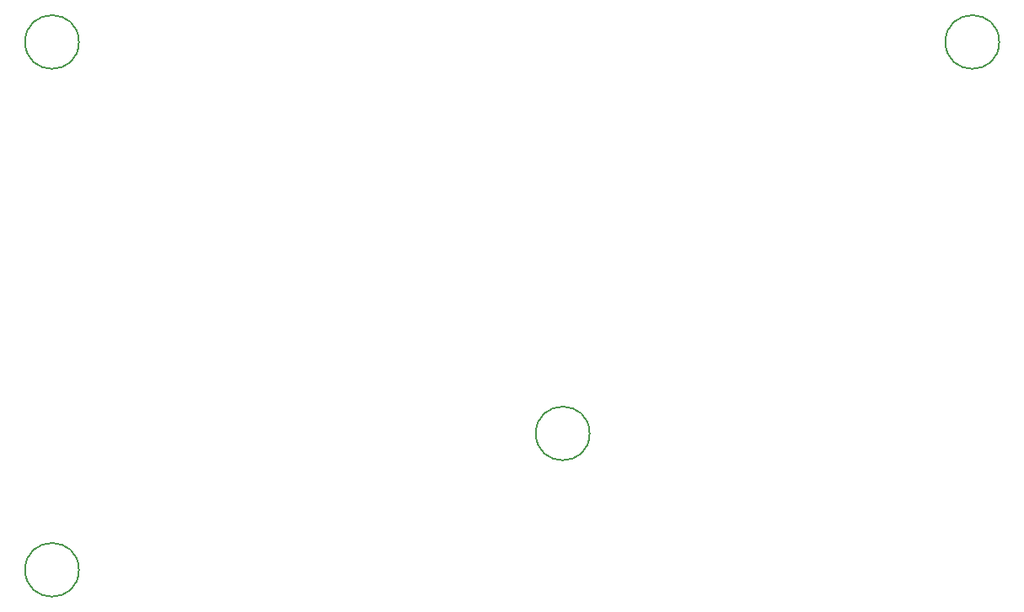
<source format=gbr>
%TF.GenerationSoftware,KiCad,Pcbnew,8.0.4*%
%TF.CreationDate,2024-08-25T15:35:27+02:00*%
%TF.ProjectId,LaserHarp3,4c617365-7248-4617-9270-332e6b696361,rev?*%
%TF.SameCoordinates,Original*%
%TF.FileFunction,Other,Comment*%
%FSLAX46Y46*%
G04 Gerber Fmt 4.6, Leading zero omitted, Abs format (unit mm)*
G04 Created by KiCad (PCBNEW 8.0.4) date 2024-08-25 15:35:27*
%MOMM*%
%LPD*%
G01*
G04 APERTURE LIST*
%ADD10C,0.150000*%
G04 APERTURE END LIST*
D10*
%TO.C,H3*%
X83472000Y-117348000D02*
G75*
G02*
X78072000Y-117348000I-2700000J0D01*
G01*
X78072000Y-117348000D02*
G75*
G02*
X83472000Y-117348000I2700000J0D01*
G01*
%TO.C,H2*%
X83472000Y-64262000D02*
G75*
G02*
X78072000Y-64262000I-2700000J0D01*
G01*
X78072000Y-64262000D02*
G75*
G02*
X83472000Y-64262000I2700000J0D01*
G01*
%TO.C,H1*%
X175928000Y-64262000D02*
G75*
G02*
X170528000Y-64262000I-2700000J0D01*
G01*
X170528000Y-64262000D02*
G75*
G02*
X175928000Y-64262000I2700000J0D01*
G01*
%TO.C,H4*%
X134780000Y-103632000D02*
G75*
G02*
X129380000Y-103632000I-2700000J0D01*
G01*
X129380000Y-103632000D02*
G75*
G02*
X134780000Y-103632000I2700000J0D01*
G01*
%TD*%
M02*

</source>
